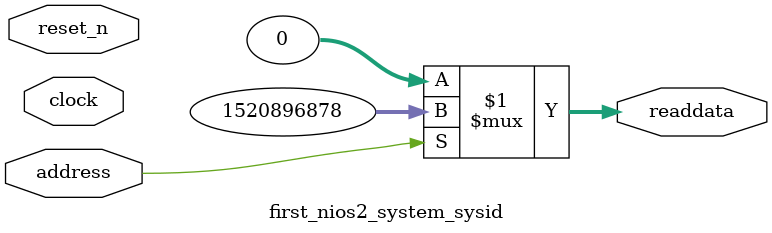
<source format=v>

`timescale 1ns / 1ps
// synthesis translate_on

// turn off superfluous verilog processor warnings 
// altera message_level Level1 
// altera message_off 10034 10035 10036 10037 10230 10240 10030 

module first_nios2_system_sysid (
               // inputs:
                address,
                clock,
                reset_n,

               // outputs:
                readdata
             )
;

  output  [ 31: 0] readdata;
  input            address;
  input            clock;
  input            reset_n;

  wire    [ 31: 0] readdata;
  //control_slave, which is an e_avalon_slave
  assign readdata = address ? 1520896878 : 0;

endmodule




</source>
